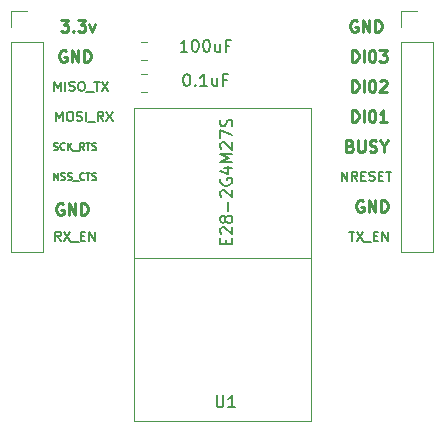
<source format=gbr>
%TF.GenerationSoftware,KiCad,Pcbnew,6.0.4-6f826c9f35~116~ubuntu20.04.1*%
%TF.CreationDate,2022-04-01T00:26:04-05:00*%
%TF.ProjectId,LoRa_ E28-2G4M27S,4c6f5261-5f20-4453-9238-2d3247344d32,rev?*%
%TF.SameCoordinates,Original*%
%TF.FileFunction,Legend,Top*%
%TF.FilePolarity,Positive*%
%FSLAX46Y46*%
G04 Gerber Fmt 4.6, Leading zero omitted, Abs format (unit mm)*
G04 Created by KiCad (PCBNEW 6.0.4-6f826c9f35~116~ubuntu20.04.1) date 2022-04-01 00:26:04*
%MOMM*%
%LPD*%
G01*
G04 APERTURE LIST*
%ADD10C,0.250000*%
%ADD11C,0.150000*%
%ADD12C,0.200000*%
%ADD13C,0.120000*%
G04 APERTURE END LIST*
D10*
X146883619Y-71826380D02*
X146883619Y-70826380D01*
X147121714Y-70826380D01*
X147264571Y-70874000D01*
X147359809Y-70969238D01*
X147407428Y-71064476D01*
X147455047Y-71254952D01*
X147455047Y-71397809D01*
X147407428Y-71588285D01*
X147359809Y-71683523D01*
X147264571Y-71778761D01*
X147121714Y-71826380D01*
X146883619Y-71826380D01*
X147883619Y-71826380D02*
X147883619Y-70826380D01*
X148550285Y-70826380D02*
X148645523Y-70826380D01*
X148740761Y-70874000D01*
X148788380Y-70921619D01*
X148836000Y-71016857D01*
X148883619Y-71207333D01*
X148883619Y-71445428D01*
X148836000Y-71635904D01*
X148788380Y-71731142D01*
X148740761Y-71778761D01*
X148645523Y-71826380D01*
X148550285Y-71826380D01*
X148455047Y-71778761D01*
X148407428Y-71731142D01*
X148359809Y-71635904D01*
X148312190Y-71445428D01*
X148312190Y-71207333D01*
X148359809Y-71016857D01*
X148407428Y-70921619D01*
X148455047Y-70874000D01*
X148550285Y-70826380D01*
X149216952Y-70826380D02*
X149836000Y-70826380D01*
X149502666Y-71207333D01*
X149645523Y-71207333D01*
X149740761Y-71254952D01*
X149788380Y-71302571D01*
X149836000Y-71397809D01*
X149836000Y-71635904D01*
X149788380Y-71731142D01*
X149740761Y-71778761D01*
X149645523Y-71826380D01*
X149359809Y-71826380D01*
X149264571Y-71778761D01*
X149216952Y-71731142D01*
X146883619Y-74366380D02*
X146883619Y-73366380D01*
X147121714Y-73366380D01*
X147264571Y-73414000D01*
X147359809Y-73509238D01*
X147407428Y-73604476D01*
X147455047Y-73794952D01*
X147455047Y-73937809D01*
X147407428Y-74128285D01*
X147359809Y-74223523D01*
X147264571Y-74318761D01*
X147121714Y-74366380D01*
X146883619Y-74366380D01*
X147883619Y-74366380D02*
X147883619Y-73366380D01*
X148550285Y-73366380D02*
X148645523Y-73366380D01*
X148740761Y-73414000D01*
X148788380Y-73461619D01*
X148836000Y-73556857D01*
X148883619Y-73747333D01*
X148883619Y-73985428D01*
X148836000Y-74175904D01*
X148788380Y-74271142D01*
X148740761Y-74318761D01*
X148645523Y-74366380D01*
X148550285Y-74366380D01*
X148455047Y-74318761D01*
X148407428Y-74271142D01*
X148359809Y-74175904D01*
X148312190Y-73985428D01*
X148312190Y-73747333D01*
X148359809Y-73556857D01*
X148407428Y-73461619D01*
X148455047Y-73414000D01*
X148550285Y-73366380D01*
X149264571Y-73461619D02*
X149312190Y-73414000D01*
X149407428Y-73366380D01*
X149645523Y-73366380D01*
X149740761Y-73414000D01*
X149788380Y-73461619D01*
X149836000Y-73556857D01*
X149836000Y-73652095D01*
X149788380Y-73794952D01*
X149216952Y-74366380D01*
X149836000Y-74366380D01*
X146883619Y-76906380D02*
X146883619Y-75906380D01*
X147121714Y-75906380D01*
X147264571Y-75954000D01*
X147359809Y-76049238D01*
X147407428Y-76144476D01*
X147455047Y-76334952D01*
X147455047Y-76477809D01*
X147407428Y-76668285D01*
X147359809Y-76763523D01*
X147264571Y-76858761D01*
X147121714Y-76906380D01*
X146883619Y-76906380D01*
X147883619Y-76906380D02*
X147883619Y-75906380D01*
X148550285Y-75906380D02*
X148645523Y-75906380D01*
X148740761Y-75954000D01*
X148788380Y-76001619D01*
X148836000Y-76096857D01*
X148883619Y-76287333D01*
X148883619Y-76525428D01*
X148836000Y-76715904D01*
X148788380Y-76811142D01*
X148740761Y-76858761D01*
X148645523Y-76906380D01*
X148550285Y-76906380D01*
X148455047Y-76858761D01*
X148407428Y-76811142D01*
X148359809Y-76715904D01*
X148312190Y-76525428D01*
X148312190Y-76287333D01*
X148359809Y-76096857D01*
X148407428Y-76001619D01*
X148455047Y-75954000D01*
X148550285Y-75906380D01*
X149836000Y-76906380D02*
X149264571Y-76906380D01*
X149550285Y-76906380D02*
X149550285Y-75906380D01*
X149455047Y-76049238D01*
X149359809Y-76144476D01*
X149264571Y-76192095D01*
X146724857Y-78922571D02*
X146867714Y-78970190D01*
X146915333Y-79017809D01*
X146962952Y-79113047D01*
X146962952Y-79255904D01*
X146915333Y-79351142D01*
X146867714Y-79398761D01*
X146772476Y-79446380D01*
X146391523Y-79446380D01*
X146391523Y-78446380D01*
X146724857Y-78446380D01*
X146820095Y-78494000D01*
X146867714Y-78541619D01*
X146915333Y-78636857D01*
X146915333Y-78732095D01*
X146867714Y-78827333D01*
X146820095Y-78874952D01*
X146724857Y-78922571D01*
X146391523Y-78922571D01*
X147391523Y-78446380D02*
X147391523Y-79255904D01*
X147439142Y-79351142D01*
X147486761Y-79398761D01*
X147582000Y-79446380D01*
X147772476Y-79446380D01*
X147867714Y-79398761D01*
X147915333Y-79351142D01*
X147962952Y-79255904D01*
X147962952Y-78446380D01*
X148391523Y-79398761D02*
X148534380Y-79446380D01*
X148772476Y-79446380D01*
X148867714Y-79398761D01*
X148915333Y-79351142D01*
X148962952Y-79255904D01*
X148962952Y-79160666D01*
X148915333Y-79065428D01*
X148867714Y-79017809D01*
X148772476Y-78970190D01*
X148582000Y-78922571D01*
X148486761Y-78874952D01*
X148439142Y-78827333D01*
X148391523Y-78732095D01*
X148391523Y-78636857D01*
X148439142Y-78541619D01*
X148486761Y-78494000D01*
X148582000Y-78446380D01*
X148820095Y-78446380D01*
X148962952Y-78494000D01*
X149582000Y-78970190D02*
X149582000Y-79446380D01*
X149248666Y-78446380D02*
X149582000Y-78970190D01*
X149915333Y-78446380D01*
D11*
X146043904Y-81895904D02*
X146043904Y-81095904D01*
X146501047Y-81895904D01*
X146501047Y-81095904D01*
X147339142Y-81895904D02*
X147072476Y-81514952D01*
X146882000Y-81895904D02*
X146882000Y-81095904D01*
X147186761Y-81095904D01*
X147262952Y-81134000D01*
X147301047Y-81172095D01*
X147339142Y-81248285D01*
X147339142Y-81362571D01*
X147301047Y-81438761D01*
X147262952Y-81476857D01*
X147186761Y-81514952D01*
X146882000Y-81514952D01*
X147682000Y-81476857D02*
X147948666Y-81476857D01*
X148062952Y-81895904D02*
X147682000Y-81895904D01*
X147682000Y-81095904D01*
X148062952Y-81095904D01*
X148367714Y-81857809D02*
X148482000Y-81895904D01*
X148672476Y-81895904D01*
X148748666Y-81857809D01*
X148786761Y-81819714D01*
X148824857Y-81743523D01*
X148824857Y-81667333D01*
X148786761Y-81591142D01*
X148748666Y-81553047D01*
X148672476Y-81514952D01*
X148520095Y-81476857D01*
X148443904Y-81438761D01*
X148405809Y-81400666D01*
X148367714Y-81324476D01*
X148367714Y-81248285D01*
X148405809Y-81172095D01*
X148443904Y-81134000D01*
X148520095Y-81095904D01*
X148710571Y-81095904D01*
X148824857Y-81134000D01*
X149167714Y-81476857D02*
X149434380Y-81476857D01*
X149548666Y-81895904D02*
X149167714Y-81895904D01*
X149167714Y-81095904D01*
X149548666Y-81095904D01*
X149777238Y-81095904D02*
X150234380Y-81095904D01*
X150005809Y-81895904D02*
X150005809Y-81095904D01*
X146640761Y-86175904D02*
X147097904Y-86175904D01*
X146869333Y-86975904D02*
X146869333Y-86175904D01*
X147288380Y-86175904D02*
X147821714Y-86975904D01*
X147821714Y-86175904D02*
X147288380Y-86975904D01*
X147936000Y-87052095D02*
X148545523Y-87052095D01*
X148736000Y-86556857D02*
X149002666Y-86556857D01*
X149116952Y-86975904D02*
X148736000Y-86975904D01*
X148736000Y-86175904D01*
X149116952Y-86175904D01*
X149459809Y-86975904D02*
X149459809Y-86175904D01*
X149916952Y-86975904D01*
X149916952Y-86175904D01*
X122224952Y-86975904D02*
X121958285Y-86594952D01*
X121767809Y-86975904D02*
X121767809Y-86175904D01*
X122072571Y-86175904D01*
X122148761Y-86214000D01*
X122186857Y-86252095D01*
X122224952Y-86328285D01*
X122224952Y-86442571D01*
X122186857Y-86518761D01*
X122148761Y-86556857D01*
X122072571Y-86594952D01*
X121767809Y-86594952D01*
X122491619Y-86175904D02*
X123024952Y-86975904D01*
X123024952Y-86175904D02*
X122491619Y-86975904D01*
X123139238Y-87052095D02*
X123748761Y-87052095D01*
X123939238Y-86556857D02*
X124205904Y-86556857D01*
X124320190Y-86975904D02*
X123939238Y-86975904D01*
X123939238Y-86175904D01*
X124320190Y-86175904D01*
X124663047Y-86975904D02*
X124663047Y-86175904D01*
X125120190Y-86975904D01*
X125120190Y-86175904D01*
X121658285Y-81805428D02*
X121658285Y-81205428D01*
X122001142Y-81805428D01*
X122001142Y-81205428D01*
X122258285Y-81776857D02*
X122344000Y-81805428D01*
X122486857Y-81805428D01*
X122544000Y-81776857D01*
X122572571Y-81748285D01*
X122601142Y-81691142D01*
X122601142Y-81634000D01*
X122572571Y-81576857D01*
X122544000Y-81548285D01*
X122486857Y-81519714D01*
X122372571Y-81491142D01*
X122315428Y-81462571D01*
X122286857Y-81434000D01*
X122258285Y-81376857D01*
X122258285Y-81319714D01*
X122286857Y-81262571D01*
X122315428Y-81234000D01*
X122372571Y-81205428D01*
X122515428Y-81205428D01*
X122601142Y-81234000D01*
X122829714Y-81776857D02*
X122915428Y-81805428D01*
X123058285Y-81805428D01*
X123115428Y-81776857D01*
X123144000Y-81748285D01*
X123172571Y-81691142D01*
X123172571Y-81634000D01*
X123144000Y-81576857D01*
X123115428Y-81548285D01*
X123058285Y-81519714D01*
X122944000Y-81491142D01*
X122886857Y-81462571D01*
X122858285Y-81434000D01*
X122829714Y-81376857D01*
X122829714Y-81319714D01*
X122858285Y-81262571D01*
X122886857Y-81234000D01*
X122944000Y-81205428D01*
X123086857Y-81205428D01*
X123172571Y-81234000D01*
X123286857Y-81862571D02*
X123744000Y-81862571D01*
X124229714Y-81748285D02*
X124201142Y-81776857D01*
X124115428Y-81805428D01*
X124058285Y-81805428D01*
X123972571Y-81776857D01*
X123915428Y-81719714D01*
X123886857Y-81662571D01*
X123858285Y-81548285D01*
X123858285Y-81462571D01*
X123886857Y-81348285D01*
X123915428Y-81291142D01*
X123972571Y-81234000D01*
X124058285Y-81205428D01*
X124115428Y-81205428D01*
X124201142Y-81234000D01*
X124229714Y-81262571D01*
X124401142Y-81205428D02*
X124744000Y-81205428D01*
X124572571Y-81805428D02*
X124572571Y-81205428D01*
X124915428Y-81776857D02*
X125001142Y-81805428D01*
X125144000Y-81805428D01*
X125201142Y-81776857D01*
X125229714Y-81748285D01*
X125258285Y-81691142D01*
X125258285Y-81634000D01*
X125229714Y-81576857D01*
X125201142Y-81548285D01*
X125144000Y-81519714D01*
X125029714Y-81491142D01*
X124972571Y-81462571D01*
X124944000Y-81434000D01*
X124915428Y-81376857D01*
X124915428Y-81319714D01*
X124944000Y-81262571D01*
X124972571Y-81234000D01*
X125029714Y-81205428D01*
X125172571Y-81205428D01*
X125258285Y-81234000D01*
X121629714Y-79236857D02*
X121715428Y-79265428D01*
X121858285Y-79265428D01*
X121915428Y-79236857D01*
X121944000Y-79208285D01*
X121972571Y-79151142D01*
X121972571Y-79094000D01*
X121944000Y-79036857D01*
X121915428Y-79008285D01*
X121858285Y-78979714D01*
X121744000Y-78951142D01*
X121686857Y-78922571D01*
X121658285Y-78894000D01*
X121629714Y-78836857D01*
X121629714Y-78779714D01*
X121658285Y-78722571D01*
X121686857Y-78694000D01*
X121744000Y-78665428D01*
X121886857Y-78665428D01*
X121972571Y-78694000D01*
X122572571Y-79208285D02*
X122544000Y-79236857D01*
X122458285Y-79265428D01*
X122401142Y-79265428D01*
X122315428Y-79236857D01*
X122258285Y-79179714D01*
X122229714Y-79122571D01*
X122201142Y-79008285D01*
X122201142Y-78922571D01*
X122229714Y-78808285D01*
X122258285Y-78751142D01*
X122315428Y-78694000D01*
X122401142Y-78665428D01*
X122458285Y-78665428D01*
X122544000Y-78694000D01*
X122572571Y-78722571D01*
X122829714Y-79265428D02*
X122829714Y-78665428D01*
X123172571Y-79265428D02*
X122915428Y-78922571D01*
X123172571Y-78665428D02*
X122829714Y-79008285D01*
X123286857Y-79322571D02*
X123744000Y-79322571D01*
X124229714Y-79265428D02*
X124029714Y-78979714D01*
X123886857Y-79265428D02*
X123886857Y-78665428D01*
X124115428Y-78665428D01*
X124172571Y-78694000D01*
X124201142Y-78722571D01*
X124229714Y-78779714D01*
X124229714Y-78865428D01*
X124201142Y-78922571D01*
X124172571Y-78951142D01*
X124115428Y-78979714D01*
X123886857Y-78979714D01*
X124401142Y-78665428D02*
X124744000Y-78665428D01*
X124572571Y-79265428D02*
X124572571Y-78665428D01*
X124915428Y-79236857D02*
X125001142Y-79265428D01*
X125144000Y-79265428D01*
X125201142Y-79236857D01*
X125229714Y-79208285D01*
X125258285Y-79151142D01*
X125258285Y-79094000D01*
X125229714Y-79036857D01*
X125201142Y-79008285D01*
X125144000Y-78979714D01*
X125029714Y-78951142D01*
X124972571Y-78922571D01*
X124944000Y-78894000D01*
X124915428Y-78836857D01*
X124915428Y-78779714D01*
X124944000Y-78722571D01*
X124972571Y-78694000D01*
X125029714Y-78665428D01*
X125172571Y-78665428D01*
X125258285Y-78694000D01*
D12*
X121863142Y-76815904D02*
X121863142Y-76015904D01*
X122129809Y-76587333D01*
X122396476Y-76015904D01*
X122396476Y-76815904D01*
X122929809Y-76015904D02*
X123082190Y-76015904D01*
X123158380Y-76054000D01*
X123234571Y-76130190D01*
X123272666Y-76282571D01*
X123272666Y-76549238D01*
X123234571Y-76701619D01*
X123158380Y-76777809D01*
X123082190Y-76815904D01*
X122929809Y-76815904D01*
X122853619Y-76777809D01*
X122777428Y-76701619D01*
X122739333Y-76549238D01*
X122739333Y-76282571D01*
X122777428Y-76130190D01*
X122853619Y-76054000D01*
X122929809Y-76015904D01*
X123577428Y-76777809D02*
X123691714Y-76815904D01*
X123882190Y-76815904D01*
X123958380Y-76777809D01*
X123996476Y-76739714D01*
X124034571Y-76663523D01*
X124034571Y-76587333D01*
X123996476Y-76511142D01*
X123958380Y-76473047D01*
X123882190Y-76434952D01*
X123729809Y-76396857D01*
X123653619Y-76358761D01*
X123615523Y-76320666D01*
X123577428Y-76244476D01*
X123577428Y-76168285D01*
X123615523Y-76092095D01*
X123653619Y-76054000D01*
X123729809Y-76015904D01*
X123920285Y-76015904D01*
X124034571Y-76054000D01*
X124377428Y-76815904D02*
X124377428Y-76015904D01*
X124567904Y-76892095D02*
X125177428Y-76892095D01*
X125825047Y-76815904D02*
X125558380Y-76434952D01*
X125367904Y-76815904D02*
X125367904Y-76015904D01*
X125672666Y-76015904D01*
X125748857Y-76054000D01*
X125786952Y-76092095D01*
X125825047Y-76168285D01*
X125825047Y-76282571D01*
X125786952Y-76358761D01*
X125748857Y-76396857D01*
X125672666Y-76434952D01*
X125367904Y-76434952D01*
X126091714Y-76015904D02*
X126625047Y-76815904D01*
X126625047Y-76015904D02*
X126091714Y-76815904D01*
X121704380Y-74275904D02*
X121704380Y-73475904D01*
X121971047Y-74047333D01*
X122237714Y-73475904D01*
X122237714Y-74275904D01*
X122618666Y-74275904D02*
X122618666Y-73475904D01*
X122961523Y-74237809D02*
X123075809Y-74275904D01*
X123266285Y-74275904D01*
X123342476Y-74237809D01*
X123380571Y-74199714D01*
X123418666Y-74123523D01*
X123418666Y-74047333D01*
X123380571Y-73971142D01*
X123342476Y-73933047D01*
X123266285Y-73894952D01*
X123113904Y-73856857D01*
X123037714Y-73818761D01*
X122999619Y-73780666D01*
X122961523Y-73704476D01*
X122961523Y-73628285D01*
X122999619Y-73552095D01*
X123037714Y-73514000D01*
X123113904Y-73475904D01*
X123304380Y-73475904D01*
X123418666Y-73514000D01*
X123913904Y-73475904D02*
X124066285Y-73475904D01*
X124142476Y-73514000D01*
X124218666Y-73590190D01*
X124256761Y-73742571D01*
X124256761Y-74009238D01*
X124218666Y-74161619D01*
X124142476Y-74237809D01*
X124066285Y-74275904D01*
X123913904Y-74275904D01*
X123837714Y-74237809D01*
X123761523Y-74161619D01*
X123723428Y-74009238D01*
X123723428Y-73742571D01*
X123761523Y-73590190D01*
X123837714Y-73514000D01*
X123913904Y-73475904D01*
X124409142Y-74352095D02*
X125018666Y-74352095D01*
X125094857Y-73475904D02*
X125552000Y-73475904D01*
X125323428Y-74275904D02*
X125323428Y-73475904D01*
X125742476Y-73475904D02*
X126275809Y-74275904D01*
X126275809Y-73475904D02*
X125742476Y-74275904D01*
D10*
X147828095Y-83574000D02*
X147732857Y-83526380D01*
X147590000Y-83526380D01*
X147447142Y-83574000D01*
X147351904Y-83669238D01*
X147304285Y-83764476D01*
X147256666Y-83954952D01*
X147256666Y-84097809D01*
X147304285Y-84288285D01*
X147351904Y-84383523D01*
X147447142Y-84478761D01*
X147590000Y-84526380D01*
X147685238Y-84526380D01*
X147828095Y-84478761D01*
X147875714Y-84431142D01*
X147875714Y-84097809D01*
X147685238Y-84097809D01*
X148304285Y-84526380D02*
X148304285Y-83526380D01*
X148875714Y-84526380D01*
X148875714Y-83526380D01*
X149351904Y-84526380D02*
X149351904Y-83526380D01*
X149590000Y-83526380D01*
X149732857Y-83574000D01*
X149828095Y-83669238D01*
X149875714Y-83764476D01*
X149923333Y-83954952D01*
X149923333Y-84097809D01*
X149875714Y-84288285D01*
X149828095Y-84383523D01*
X149732857Y-84478761D01*
X149590000Y-84526380D01*
X149351904Y-84526380D01*
X122428095Y-83828000D02*
X122332857Y-83780380D01*
X122190000Y-83780380D01*
X122047142Y-83828000D01*
X121951904Y-83923238D01*
X121904285Y-84018476D01*
X121856666Y-84208952D01*
X121856666Y-84351809D01*
X121904285Y-84542285D01*
X121951904Y-84637523D01*
X122047142Y-84732761D01*
X122190000Y-84780380D01*
X122285238Y-84780380D01*
X122428095Y-84732761D01*
X122475714Y-84685142D01*
X122475714Y-84351809D01*
X122285238Y-84351809D01*
X122904285Y-84780380D02*
X122904285Y-83780380D01*
X123475714Y-84780380D01*
X123475714Y-83780380D01*
X123951904Y-84780380D02*
X123951904Y-83780380D01*
X124190000Y-83780380D01*
X124332857Y-83828000D01*
X124428095Y-83923238D01*
X124475714Y-84018476D01*
X124523333Y-84208952D01*
X124523333Y-84351809D01*
X124475714Y-84542285D01*
X124428095Y-84637523D01*
X124332857Y-84732761D01*
X124190000Y-84780380D01*
X123951904Y-84780380D01*
X147320095Y-68334000D02*
X147224857Y-68286380D01*
X147082000Y-68286380D01*
X146939142Y-68334000D01*
X146843904Y-68429238D01*
X146796285Y-68524476D01*
X146748666Y-68714952D01*
X146748666Y-68857809D01*
X146796285Y-69048285D01*
X146843904Y-69143523D01*
X146939142Y-69238761D01*
X147082000Y-69286380D01*
X147177238Y-69286380D01*
X147320095Y-69238761D01*
X147367714Y-69191142D01*
X147367714Y-68857809D01*
X147177238Y-68857809D01*
X147796285Y-69286380D02*
X147796285Y-68286380D01*
X148367714Y-69286380D01*
X148367714Y-68286380D01*
X148843904Y-69286380D02*
X148843904Y-68286380D01*
X149082000Y-68286380D01*
X149224857Y-68334000D01*
X149320095Y-68429238D01*
X149367714Y-68524476D01*
X149415333Y-68714952D01*
X149415333Y-68857809D01*
X149367714Y-69048285D01*
X149320095Y-69143523D01*
X149224857Y-69238761D01*
X149082000Y-69286380D01*
X148843904Y-69286380D01*
X122682095Y-70874000D02*
X122586857Y-70826380D01*
X122444000Y-70826380D01*
X122301142Y-70874000D01*
X122205904Y-70969238D01*
X122158285Y-71064476D01*
X122110666Y-71254952D01*
X122110666Y-71397809D01*
X122158285Y-71588285D01*
X122205904Y-71683523D01*
X122301142Y-71778761D01*
X122444000Y-71826380D01*
X122539238Y-71826380D01*
X122682095Y-71778761D01*
X122729714Y-71731142D01*
X122729714Y-71397809D01*
X122539238Y-71397809D01*
X123158285Y-71826380D02*
X123158285Y-70826380D01*
X123729714Y-71826380D01*
X123729714Y-70826380D01*
X124205904Y-71826380D02*
X124205904Y-70826380D01*
X124444000Y-70826380D01*
X124586857Y-70874000D01*
X124682095Y-70969238D01*
X124729714Y-71064476D01*
X124777333Y-71254952D01*
X124777333Y-71397809D01*
X124729714Y-71588285D01*
X124682095Y-71683523D01*
X124586857Y-71778761D01*
X124444000Y-71826380D01*
X124205904Y-71826380D01*
X122269428Y-68286380D02*
X122888476Y-68286380D01*
X122555142Y-68667333D01*
X122698000Y-68667333D01*
X122793238Y-68714952D01*
X122840857Y-68762571D01*
X122888476Y-68857809D01*
X122888476Y-69095904D01*
X122840857Y-69191142D01*
X122793238Y-69238761D01*
X122698000Y-69286380D01*
X122412285Y-69286380D01*
X122317047Y-69238761D01*
X122269428Y-69191142D01*
X123317047Y-69191142D02*
X123364666Y-69238761D01*
X123317047Y-69286380D01*
X123269428Y-69238761D01*
X123317047Y-69191142D01*
X123317047Y-69286380D01*
X123698000Y-68286380D02*
X124317047Y-68286380D01*
X123983714Y-68667333D01*
X124126571Y-68667333D01*
X124221809Y-68714952D01*
X124269428Y-68762571D01*
X124317047Y-68857809D01*
X124317047Y-69095904D01*
X124269428Y-69191142D01*
X124221809Y-69238761D01*
X124126571Y-69286380D01*
X123840857Y-69286380D01*
X123745619Y-69238761D01*
X123698000Y-69191142D01*
X124650380Y-68619714D02*
X124888476Y-69286380D01*
X125126571Y-68619714D01*
D11*
X136228571Y-87238095D02*
X136228571Y-86904761D01*
X136752380Y-86761904D02*
X136752380Y-87238095D01*
X135752380Y-87238095D01*
X135752380Y-86761904D01*
X135847619Y-86380952D02*
X135800000Y-86333333D01*
X135752380Y-86238095D01*
X135752380Y-86000000D01*
X135800000Y-85904761D01*
X135847619Y-85857142D01*
X135942857Y-85809523D01*
X136038095Y-85809523D01*
X136180952Y-85857142D01*
X136752380Y-86428571D01*
X136752380Y-85809523D01*
X136180952Y-85238095D02*
X136133333Y-85333333D01*
X136085714Y-85380952D01*
X135990476Y-85428571D01*
X135942857Y-85428571D01*
X135847619Y-85380952D01*
X135800000Y-85333333D01*
X135752380Y-85238095D01*
X135752380Y-85047619D01*
X135800000Y-84952380D01*
X135847619Y-84904761D01*
X135942857Y-84857142D01*
X135990476Y-84857142D01*
X136085714Y-84904761D01*
X136133333Y-84952380D01*
X136180952Y-85047619D01*
X136180952Y-85238095D01*
X136228571Y-85333333D01*
X136276190Y-85380952D01*
X136371428Y-85428571D01*
X136561904Y-85428571D01*
X136657142Y-85380952D01*
X136704761Y-85333333D01*
X136752380Y-85238095D01*
X136752380Y-85047619D01*
X136704761Y-84952380D01*
X136657142Y-84904761D01*
X136561904Y-84857142D01*
X136371428Y-84857142D01*
X136276190Y-84904761D01*
X136228571Y-84952380D01*
X136180952Y-85047619D01*
X136371428Y-84428571D02*
X136371428Y-83666666D01*
X135847619Y-83238095D02*
X135800000Y-83190476D01*
X135752380Y-83095238D01*
X135752380Y-82857142D01*
X135800000Y-82761904D01*
X135847619Y-82714285D01*
X135942857Y-82666666D01*
X136038095Y-82666666D01*
X136180952Y-82714285D01*
X136752380Y-83285714D01*
X136752380Y-82666666D01*
X135800000Y-81714285D02*
X135752380Y-81809523D01*
X135752380Y-81952380D01*
X135800000Y-82095238D01*
X135895238Y-82190476D01*
X135990476Y-82238095D01*
X136180952Y-82285714D01*
X136323809Y-82285714D01*
X136514285Y-82238095D01*
X136609523Y-82190476D01*
X136704761Y-82095238D01*
X136752380Y-81952380D01*
X136752380Y-81857142D01*
X136704761Y-81714285D01*
X136657142Y-81666666D01*
X136323809Y-81666666D01*
X136323809Y-81857142D01*
X136085714Y-80809523D02*
X136752380Y-80809523D01*
X135704761Y-81047619D02*
X136419047Y-81285714D01*
X136419047Y-80666666D01*
X136752380Y-80285714D02*
X135752380Y-80285714D01*
X136466666Y-79952380D01*
X135752380Y-79619047D01*
X136752380Y-79619047D01*
X135847619Y-79190476D02*
X135800000Y-79142857D01*
X135752380Y-79047619D01*
X135752380Y-78809523D01*
X135800000Y-78714285D01*
X135847619Y-78666666D01*
X135942857Y-78619047D01*
X136038095Y-78619047D01*
X136180952Y-78666666D01*
X136752380Y-79238095D01*
X136752380Y-78619047D01*
X135752380Y-78285714D02*
X135752380Y-77619047D01*
X136752380Y-78047619D01*
X136704761Y-77285714D02*
X136752380Y-77142857D01*
X136752380Y-76904761D01*
X136704761Y-76809523D01*
X136657142Y-76761904D01*
X136561904Y-76714285D01*
X136466666Y-76714285D01*
X136371428Y-76761904D01*
X136323809Y-76809523D01*
X136276190Y-76904761D01*
X136228571Y-77095238D01*
X136180952Y-77190476D01*
X136133333Y-77238095D01*
X136038095Y-77285714D01*
X135942857Y-77285714D01*
X135847619Y-77238095D01*
X135800000Y-77190476D01*
X135752380Y-77095238D01*
X135752380Y-76857142D01*
X135800000Y-76714285D01*
X132857142Y-72852380D02*
X132952380Y-72852380D01*
X133047619Y-72900000D01*
X133095238Y-72947619D01*
X133142857Y-73042857D01*
X133190476Y-73233333D01*
X133190476Y-73471428D01*
X133142857Y-73661904D01*
X133095238Y-73757142D01*
X133047619Y-73804761D01*
X132952380Y-73852380D01*
X132857142Y-73852380D01*
X132761904Y-73804761D01*
X132714285Y-73757142D01*
X132666666Y-73661904D01*
X132619047Y-73471428D01*
X132619047Y-73233333D01*
X132666666Y-73042857D01*
X132714285Y-72947619D01*
X132761904Y-72900000D01*
X132857142Y-72852380D01*
X133619047Y-73757142D02*
X133666666Y-73804761D01*
X133619047Y-73852380D01*
X133571428Y-73804761D01*
X133619047Y-73757142D01*
X133619047Y-73852380D01*
X134619047Y-73852380D02*
X134047619Y-73852380D01*
X134333333Y-73852380D02*
X134333333Y-72852380D01*
X134238095Y-72995238D01*
X134142857Y-73090476D01*
X134047619Y-73138095D01*
X135476190Y-73185714D02*
X135476190Y-73852380D01*
X135047619Y-73185714D02*
X135047619Y-73709523D01*
X135095238Y-73804761D01*
X135190476Y-73852380D01*
X135333333Y-73852380D01*
X135428571Y-73804761D01*
X135476190Y-73757142D01*
X136285714Y-73328571D02*
X135952380Y-73328571D01*
X135952380Y-73852380D02*
X135952380Y-72852380D01*
X136428571Y-72852380D01*
X132952380Y-70952380D02*
X132380952Y-70952380D01*
X132666666Y-70952380D02*
X132666666Y-69952380D01*
X132571428Y-70095238D01*
X132476190Y-70190476D01*
X132380952Y-70238095D01*
X133571428Y-69952380D02*
X133666666Y-69952380D01*
X133761904Y-70000000D01*
X133809523Y-70047619D01*
X133857142Y-70142857D01*
X133904761Y-70333333D01*
X133904761Y-70571428D01*
X133857142Y-70761904D01*
X133809523Y-70857142D01*
X133761904Y-70904761D01*
X133666666Y-70952380D01*
X133571428Y-70952380D01*
X133476190Y-70904761D01*
X133428571Y-70857142D01*
X133380952Y-70761904D01*
X133333333Y-70571428D01*
X133333333Y-70333333D01*
X133380952Y-70142857D01*
X133428571Y-70047619D01*
X133476190Y-70000000D01*
X133571428Y-69952380D01*
X134523809Y-69952380D02*
X134619047Y-69952380D01*
X134714285Y-70000000D01*
X134761904Y-70047619D01*
X134809523Y-70142857D01*
X134857142Y-70333333D01*
X134857142Y-70571428D01*
X134809523Y-70761904D01*
X134761904Y-70857142D01*
X134714285Y-70904761D01*
X134619047Y-70952380D01*
X134523809Y-70952380D01*
X134428571Y-70904761D01*
X134380952Y-70857142D01*
X134333333Y-70761904D01*
X134285714Y-70571428D01*
X134285714Y-70333333D01*
X134333333Y-70142857D01*
X134380952Y-70047619D01*
X134428571Y-70000000D01*
X134523809Y-69952380D01*
X135714285Y-70285714D02*
X135714285Y-70952380D01*
X135285714Y-70285714D02*
X135285714Y-70809523D01*
X135333333Y-70904761D01*
X135428571Y-70952380D01*
X135571428Y-70952380D01*
X135666666Y-70904761D01*
X135714285Y-70857142D01*
X136523809Y-70428571D02*
X136190476Y-70428571D01*
X136190476Y-70952380D02*
X136190476Y-69952380D01*
X136666666Y-69952380D01*
%TO.C,U1*%
X135438095Y-100052380D02*
X135438095Y-100861904D01*
X135485714Y-100957142D01*
X135533333Y-101004761D01*
X135628571Y-101052380D01*
X135819047Y-101052380D01*
X135914285Y-101004761D01*
X135961904Y-100957142D01*
X136009523Y-100861904D01*
X136009523Y-100052380D01*
X137009523Y-101052380D02*
X136438095Y-101052380D01*
X136723809Y-101052380D02*
X136723809Y-100052380D01*
X136628571Y-100195238D01*
X136533333Y-100290476D01*
X136438095Y-100338095D01*
D13*
X128433939Y-75720000D02*
X143433939Y-75720000D01*
X143433939Y-75720000D02*
X143433939Y-102220000D01*
X143433939Y-102220000D02*
X128433939Y-102220000D01*
X128433939Y-102220000D02*
X128433939Y-75720000D01*
X128433939Y-88410000D02*
X143433939Y-88410000D01*
%TO.C,J2*%
X151070000Y-67504000D02*
X152400000Y-67504000D01*
X153730000Y-70104000D02*
X153730000Y-87944000D01*
X151070000Y-68834000D02*
X151070000Y-67504000D01*
X151070000Y-70104000D02*
X151070000Y-87944000D01*
X151070000Y-87944000D02*
X153730000Y-87944000D01*
X151070000Y-70104000D02*
X153730000Y-70104000D01*
%TO.C,J1*%
X118050000Y-67504000D02*
X119380000Y-67504000D01*
X120710000Y-70104000D02*
X120710000Y-87944000D01*
X118050000Y-68834000D02*
X118050000Y-67504000D01*
X118050000Y-70104000D02*
X118050000Y-87944000D01*
X118050000Y-87944000D02*
X120710000Y-87944000D01*
X118050000Y-70104000D02*
X120710000Y-70104000D01*
%TO.C,C2*%
X129523752Y-74335000D02*
X129001248Y-74335000D01*
X129523752Y-72865000D02*
X129001248Y-72865000D01*
%TO.C,C1*%
X129523752Y-71635000D02*
X129001248Y-71635000D01*
X129523752Y-70165000D02*
X129001248Y-70165000D01*
%TD*%
M02*

</source>
